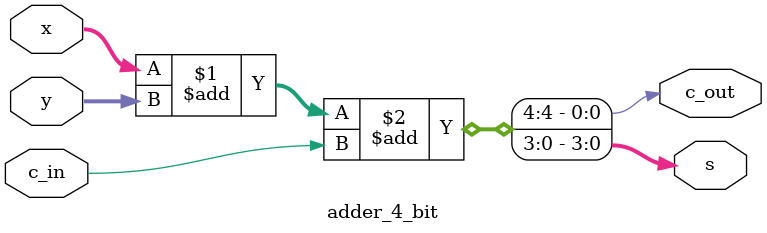
<source format=v>
module adder_4_bit(s, c_out, x, y, c_in);
    input [3: 0] x, y;
    input c_in;
    output [3: 0] s;
    output c_out;
    
    assign {c_out, s} = x + y + c_in;
endmodule
</source>
